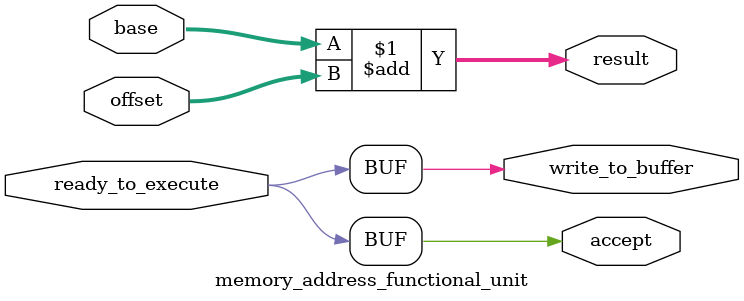
<source format=sv>
module memory_address_functional_unit #(parameter XLEN=32) (
	// address inputs and outputs
	input logic [XLEN-1:0] base,
	input logic [XLEN-1:0] offset,
	output logic [XLEN-1:0] result,

	// reservation station signals
	input logic ready_to_execute,
	output logic accept,

	output logic write_to_buffer
	);

	assign accept = ready_to_execute;
	assign result = base + offset;
	assign write_to_buffer = ready_to_execute;
endmodule

</source>
